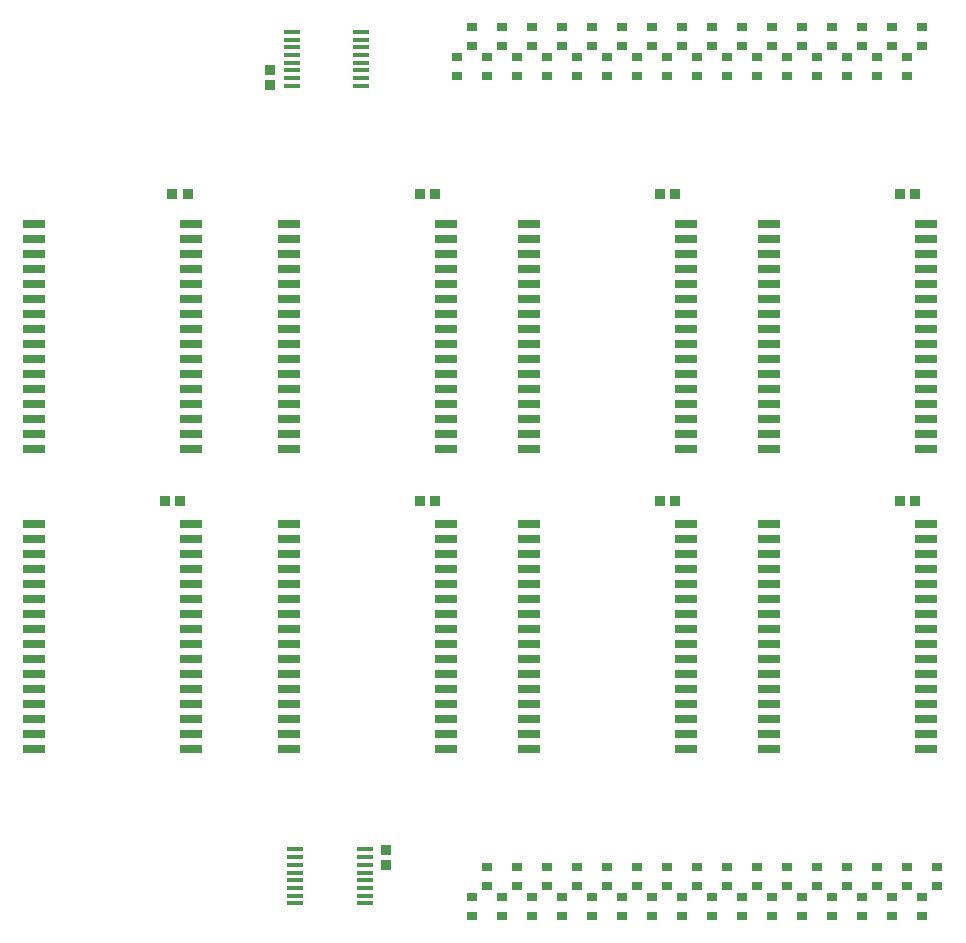
<source format=gtp>
G04 EAGLE Gerber RS-274X export*
G75*
%MOMM*%
%FSLAX34Y34*%
%LPD*%
%INSolderpaste Top*%
%IPPOS*%
%AMOC8*
5,1,8,0,0,1.08239X$1,22.5*%
G01*
%ADD10R,0.940000X0.830000*%
%ADD11R,0.830000X0.940000*%
%ADD12R,1.922000X0.700000*%
%ADD13R,1.475000X0.450000*%
%ADD14R,0.950000X0.800000*%


D10*
X260350Y835275D03*
X260350Y822075D03*
D11*
X793500Y730250D03*
X806700Y730250D03*
X793500Y469900D03*
X806700Y469900D03*
X387100Y469900D03*
X400300Y469900D03*
X387100Y730250D03*
X400300Y730250D03*
X590300Y730250D03*
X603500Y730250D03*
X590300Y469900D03*
X603500Y469900D03*
X177550Y730250D03*
X190750Y730250D03*
X171200Y469900D03*
X184400Y469900D03*
D12*
X276760Y704850D03*
X276760Y692150D03*
X276760Y679450D03*
X276760Y666750D03*
X276760Y654050D03*
X276760Y641350D03*
X276760Y628650D03*
X276760Y615950D03*
X276760Y603250D03*
X276760Y590550D03*
X276760Y577850D03*
X276760Y565150D03*
X276760Y552450D03*
X276760Y539750D03*
X276760Y527050D03*
X276760Y514350D03*
X409040Y514350D03*
X409040Y527050D03*
X409040Y539750D03*
X409040Y552450D03*
X409040Y565150D03*
X409040Y577850D03*
X409040Y590550D03*
X409040Y603250D03*
X409040Y615950D03*
X409040Y628650D03*
X409040Y641350D03*
X409040Y654050D03*
X409040Y666750D03*
X409040Y679450D03*
X409040Y692150D03*
X409040Y704850D03*
D13*
X337355Y821800D03*
X337355Y828300D03*
X337355Y834800D03*
X337355Y841300D03*
X337355Y847800D03*
X337355Y854300D03*
X337355Y860800D03*
X337355Y867300D03*
X278595Y867300D03*
X278595Y860800D03*
X278595Y854300D03*
X278595Y847800D03*
X278595Y841300D03*
X278595Y834800D03*
X278595Y828300D03*
X278595Y821800D03*
D12*
X683160Y450850D03*
X683160Y438150D03*
X683160Y425450D03*
X683160Y412750D03*
X683160Y400050D03*
X683160Y387350D03*
X683160Y374650D03*
X683160Y361950D03*
X683160Y349250D03*
X683160Y336550D03*
X683160Y323850D03*
X683160Y311150D03*
X683160Y298450D03*
X683160Y285750D03*
X683160Y273050D03*
X683160Y260350D03*
X815440Y260350D03*
X815440Y273050D03*
X815440Y285750D03*
X815440Y298450D03*
X815440Y311150D03*
X815440Y323850D03*
X815440Y336550D03*
X815440Y349250D03*
X815440Y361950D03*
X815440Y374650D03*
X815440Y387350D03*
X815440Y400050D03*
X815440Y412750D03*
X815440Y425450D03*
X815440Y438150D03*
X815440Y450850D03*
X479960Y704850D03*
X479960Y692150D03*
X479960Y679450D03*
X479960Y666750D03*
X479960Y654050D03*
X479960Y641350D03*
X479960Y628650D03*
X479960Y615950D03*
X479960Y603250D03*
X479960Y590550D03*
X479960Y577850D03*
X479960Y565150D03*
X479960Y552450D03*
X479960Y539750D03*
X479960Y527050D03*
X479960Y514350D03*
X612240Y514350D03*
X612240Y527050D03*
X612240Y539750D03*
X612240Y552450D03*
X612240Y565150D03*
X612240Y577850D03*
X612240Y590550D03*
X612240Y603250D03*
X612240Y615950D03*
X612240Y628650D03*
X612240Y641350D03*
X612240Y654050D03*
X612240Y666750D03*
X612240Y679450D03*
X612240Y692150D03*
X612240Y704850D03*
X683160Y704850D03*
X683160Y692150D03*
X683160Y679450D03*
X683160Y666750D03*
X683160Y654050D03*
X683160Y641350D03*
X683160Y628650D03*
X683160Y615950D03*
X683160Y603250D03*
X683160Y590550D03*
X683160Y577850D03*
X683160Y565150D03*
X683160Y552450D03*
X683160Y539750D03*
X683160Y527050D03*
X683160Y514350D03*
X815440Y514350D03*
X815440Y527050D03*
X815440Y539750D03*
X815440Y552450D03*
X815440Y565150D03*
X815440Y577850D03*
X815440Y590550D03*
X815440Y603250D03*
X815440Y615950D03*
X815440Y628650D03*
X815440Y641350D03*
X815440Y654050D03*
X815440Y666750D03*
X815440Y679450D03*
X815440Y692150D03*
X815440Y704850D03*
X60860Y704850D03*
X60860Y692150D03*
X60860Y679450D03*
X60860Y666750D03*
X60860Y654050D03*
X60860Y641350D03*
X60860Y628650D03*
X60860Y615950D03*
X60860Y603250D03*
X60860Y590550D03*
X60860Y577850D03*
X60860Y565150D03*
X60860Y552450D03*
X60860Y539750D03*
X60860Y527050D03*
X60860Y514350D03*
X193140Y514350D03*
X193140Y527050D03*
X193140Y539750D03*
X193140Y552450D03*
X193140Y565150D03*
X193140Y577850D03*
X193140Y590550D03*
X193140Y603250D03*
X193140Y615950D03*
X193140Y628650D03*
X193140Y641350D03*
X193140Y654050D03*
X193140Y666750D03*
X193140Y679450D03*
X193140Y692150D03*
X193140Y704850D03*
X479960Y450850D03*
X479960Y438150D03*
X479960Y425450D03*
X479960Y412750D03*
X479960Y400050D03*
X479960Y387350D03*
X479960Y374650D03*
X479960Y361950D03*
X479960Y349250D03*
X479960Y336550D03*
X479960Y323850D03*
X479960Y311150D03*
X479960Y298450D03*
X479960Y285750D03*
X479960Y273050D03*
X479960Y260350D03*
X612240Y260350D03*
X612240Y273050D03*
X612240Y285750D03*
X612240Y298450D03*
X612240Y311150D03*
X612240Y323850D03*
X612240Y336550D03*
X612240Y349250D03*
X612240Y361950D03*
X612240Y374650D03*
X612240Y387350D03*
X612240Y400050D03*
X612240Y412750D03*
X612240Y425450D03*
X612240Y438150D03*
X612240Y450850D03*
X276760Y450850D03*
X276760Y438150D03*
X276760Y425450D03*
X276760Y412750D03*
X276760Y400050D03*
X276760Y387350D03*
X276760Y374650D03*
X276760Y361950D03*
X276760Y349250D03*
X276760Y336550D03*
X276760Y323850D03*
X276760Y311150D03*
X276760Y298450D03*
X276760Y285750D03*
X276760Y273050D03*
X276760Y260350D03*
X409040Y260350D03*
X409040Y273050D03*
X409040Y285750D03*
X409040Y298450D03*
X409040Y311150D03*
X409040Y323850D03*
X409040Y336550D03*
X409040Y349250D03*
X409040Y361950D03*
X409040Y374650D03*
X409040Y387350D03*
X409040Y400050D03*
X409040Y412750D03*
X409040Y425450D03*
X409040Y438150D03*
X409040Y450850D03*
X60860Y450850D03*
X60860Y438150D03*
X60860Y425450D03*
X60860Y412750D03*
X60860Y400050D03*
X60860Y387350D03*
X60860Y374650D03*
X60860Y361950D03*
X60860Y349250D03*
X60860Y336550D03*
X60860Y323850D03*
X60860Y311150D03*
X60860Y298450D03*
X60860Y285750D03*
X60860Y273050D03*
X60860Y260350D03*
X193140Y260350D03*
X193140Y273050D03*
X193140Y285750D03*
X193140Y298450D03*
X193140Y311150D03*
X193140Y323850D03*
X193140Y336550D03*
X193140Y349250D03*
X193140Y361950D03*
X193140Y374650D03*
X193140Y387350D03*
X193140Y400050D03*
X193140Y412750D03*
X193140Y425450D03*
X193140Y438150D03*
X193140Y450850D03*
D13*
X281770Y175150D03*
X281770Y168650D03*
X281770Y162150D03*
X281770Y155650D03*
X281770Y149150D03*
X281770Y142650D03*
X281770Y136150D03*
X281770Y129650D03*
X340530Y129650D03*
X340530Y136150D03*
X340530Y142650D03*
X340530Y149150D03*
X340530Y155650D03*
X340530Y162150D03*
X340530Y168650D03*
X340530Y175150D03*
D14*
X444500Y144400D03*
X444500Y160400D03*
X673100Y144400D03*
X673100Y160400D03*
X698500Y144400D03*
X698500Y160400D03*
X723900Y144400D03*
X723900Y160400D03*
X749300Y144400D03*
X749300Y160400D03*
X774700Y144400D03*
X774700Y160400D03*
X800100Y144400D03*
X800100Y160400D03*
X431800Y119000D03*
X431800Y135000D03*
X825500Y144400D03*
X825500Y160400D03*
X457200Y119000D03*
X457200Y135000D03*
X482600Y119000D03*
X482600Y135000D03*
X469900Y144400D03*
X469900Y160400D03*
X508000Y119000D03*
X508000Y135000D03*
X533400Y119000D03*
X533400Y135000D03*
X558800Y119000D03*
X558800Y135000D03*
X584200Y119000D03*
X584200Y135000D03*
X609600Y119000D03*
X609600Y135000D03*
X660400Y119000D03*
X660400Y135000D03*
X635000Y119000D03*
X635000Y135000D03*
X685800Y119000D03*
X685800Y135000D03*
X711200Y119000D03*
X711200Y135000D03*
X736600Y119000D03*
X736600Y135000D03*
X495300Y144400D03*
X495300Y160400D03*
X762000Y119000D03*
X762000Y135000D03*
X787400Y119000D03*
X787400Y135000D03*
X812800Y119000D03*
X812800Y135000D03*
X800100Y846200D03*
X800100Y830200D03*
X774700Y846200D03*
X774700Y830200D03*
X749300Y846200D03*
X749300Y830200D03*
X723900Y846200D03*
X723900Y830200D03*
X698500Y846200D03*
X698500Y830200D03*
X673100Y846200D03*
X673100Y830200D03*
X647700Y846200D03*
X647700Y830200D03*
X520700Y144400D03*
X520700Y160400D03*
X622300Y846200D03*
X622300Y830200D03*
X596900Y846200D03*
X596900Y830200D03*
X571500Y846200D03*
X571500Y830200D03*
X546100Y846200D03*
X546100Y830200D03*
X520700Y846200D03*
X520700Y830200D03*
X495300Y846200D03*
X495300Y830200D03*
X469900Y846200D03*
X469900Y830200D03*
X457200Y871600D03*
X457200Y855600D03*
X812800Y871600D03*
X812800Y855600D03*
X419100Y846200D03*
X419100Y830200D03*
X546100Y144400D03*
X546100Y160400D03*
X787400Y871600D03*
X787400Y855600D03*
X762000Y871600D03*
X762000Y855600D03*
X736600Y871600D03*
X736600Y855600D03*
X711200Y871600D03*
X711200Y855600D03*
X685800Y871600D03*
X685800Y855600D03*
X660400Y871600D03*
X660400Y855600D03*
X635000Y871600D03*
X635000Y855600D03*
X584200Y871600D03*
X584200Y855600D03*
X609600Y871600D03*
X609600Y855600D03*
X558800Y871600D03*
X558800Y855600D03*
X571500Y144400D03*
X571500Y160400D03*
X533400Y871600D03*
X533400Y855600D03*
X508000Y871600D03*
X508000Y855600D03*
X482600Y871600D03*
X482600Y855600D03*
X444500Y846200D03*
X444500Y830200D03*
X431800Y871600D03*
X431800Y855600D03*
X596900Y144400D03*
X596900Y160400D03*
X622300Y144400D03*
X622300Y160400D03*
X647700Y144400D03*
X647700Y160400D03*
D10*
X358775Y161675D03*
X358775Y174875D03*
M02*

</source>
